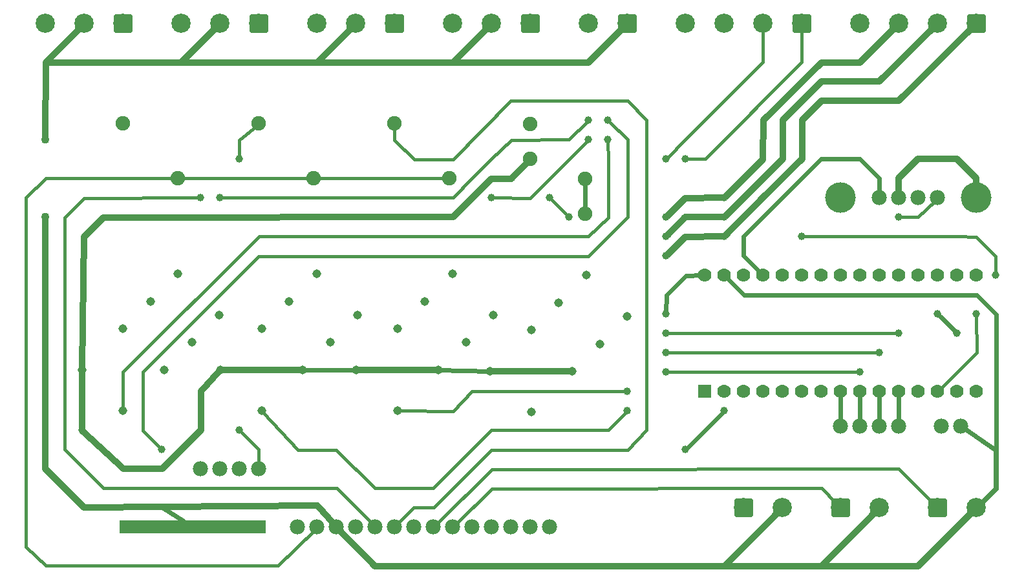
<source format=gtl>
G04 MADE WITH FRITZING*
G04 WWW.FRITZING.ORG*
G04 DOUBLE SIDED*
G04 HOLES PLATED*
G04 CONTOUR ON CENTER OF CONTOUR VECTOR*
%ASAXBY*%
%FSLAX23Y23*%
%MOIN*%
%OFA0B0*%
%SFA1.0B1.0*%
%ADD10C,0.157480*%
%ADD11C,0.078000*%
%ADD12C,0.039370*%
%ADD13C,0.043307*%
%ADD14C,0.070000*%
%ADD15C,0.099055*%
%ADD16C,0.045000*%
%ADD17C,0.075000*%
%ADD18R,0.754579X0.070724*%
%ADD19R,0.070000X0.069972*%
%ADD20C,0.032000*%
%ADD21C,0.024000*%
%ADD22C,0.016000*%
%ADD23C,0.020000*%
%LNCOPPER1*%
G90*
G70*
G54D10*
X5008Y1980D03*
X4308Y1980D03*
G54D11*
X4808Y1980D03*
X4708Y1980D03*
X4608Y1980D03*
X4508Y1980D03*
G54D12*
X4608Y1880D03*
X3008Y2380D03*
X1108Y1980D03*
X3108Y2380D03*
X808Y680D03*
X3408Y2180D03*
X2808Y1980D03*
X2908Y1880D03*
X3508Y2180D03*
X3008Y2280D03*
X2508Y1980D03*
X1208Y780D03*
X3508Y680D03*
X3708Y880D03*
G54D13*
X208Y1880D03*
X208Y2280D03*
G54D12*
X1208Y2180D03*
X1008Y1980D03*
X395Y780D03*
X3408Y1880D03*
X3408Y1780D03*
X3408Y1680D03*
X3708Y1980D03*
X3708Y1880D03*
X3708Y1780D03*
X3408Y1080D03*
X4408Y1080D03*
X4508Y1180D03*
X3408Y1180D03*
X3208Y880D03*
X3208Y980D03*
X3408Y1280D03*
X4608Y1280D03*
X3408Y1380D03*
X5108Y1580D03*
X5008Y1380D03*
X4108Y1780D03*
X3108Y2280D03*
G54D11*
X1308Y580D03*
X1208Y580D03*
X1108Y580D03*
X1008Y580D03*
X4608Y800D03*
X4508Y800D03*
X4408Y800D03*
X4308Y800D03*
X4928Y800D03*
X4828Y800D03*
G54D12*
X4808Y1380D03*
X4908Y1280D03*
G54D14*
X3608Y980D03*
X3708Y980D03*
X3808Y980D03*
X3908Y980D03*
X4008Y980D03*
X4108Y980D03*
X4208Y980D03*
X4308Y980D03*
X4408Y980D03*
X4508Y980D03*
X4608Y980D03*
X4708Y980D03*
X4808Y980D03*
X4908Y980D03*
X5008Y980D03*
X3608Y1580D03*
X3708Y1580D03*
X3808Y1580D03*
X3908Y1580D03*
X4008Y1580D03*
X4108Y1580D03*
X4208Y1580D03*
X4308Y1580D03*
X4408Y1580D03*
X4508Y1580D03*
X4608Y1580D03*
X4708Y1580D03*
X4808Y1580D03*
X4908Y1580D03*
X5008Y1580D03*
G54D15*
X3208Y2880D03*
X3008Y2880D03*
X4108Y2880D03*
X3908Y2880D03*
X3708Y2880D03*
X3508Y2880D03*
X5008Y2880D03*
X4808Y2880D03*
X4608Y2880D03*
X4408Y2880D03*
X2708Y2880D03*
X2508Y2880D03*
X2308Y2880D03*
X2008Y2880D03*
X1808Y2880D03*
X1608Y2880D03*
X1308Y2880D03*
X1108Y2880D03*
X908Y2880D03*
X608Y2880D03*
X408Y2880D03*
X208Y2880D03*
X4308Y380D03*
X4508Y380D03*
X4808Y380D03*
X5008Y380D03*
X3808Y380D03*
X4008Y380D03*
G54D16*
X2924Y1085D03*
X2995Y1580D03*
X2853Y1438D03*
X2712Y1297D03*
X2500Y1085D03*
X2712Y873D03*
X3065Y1226D03*
X3207Y1368D03*
X2234Y1092D03*
X2305Y1587D03*
X2164Y1445D03*
X2022Y1304D03*
X1810Y1092D03*
X2022Y880D03*
X2376Y1233D03*
X2517Y1375D03*
X820Y1092D03*
X891Y1587D03*
X750Y1445D03*
X608Y1304D03*
X396Y1092D03*
X608Y880D03*
X962Y1233D03*
X1103Y1375D03*
X1534Y1092D03*
X1605Y1587D03*
X1464Y1445D03*
X1322Y1304D03*
X1110Y1092D03*
X1322Y880D03*
X1676Y1233D03*
X1817Y1375D03*
G54D17*
X2708Y2362D03*
X2991Y2079D03*
X2008Y2364D03*
X2291Y2081D03*
X1308Y2364D03*
X1591Y2081D03*
X608Y2363D03*
X891Y2080D03*
X2708Y2180D03*
X2991Y1897D03*
G54D11*
X2808Y280D03*
X2708Y280D03*
X2608Y280D03*
X2508Y280D03*
X2408Y280D03*
X2308Y280D03*
X2208Y280D03*
X2108Y280D03*
X2008Y280D03*
X1908Y280D03*
X1808Y280D03*
X1708Y280D03*
X1608Y280D03*
X1508Y280D03*
G54D18*
X967Y280D03*
G54D19*
X3608Y980D03*
G54D20*
X5008Y2080D02*
X5008Y2043D01*
D02*
X4908Y2180D02*
X5008Y2080D01*
D02*
X4708Y2180D02*
X4908Y2180D01*
D02*
X4608Y2080D02*
X4708Y2180D01*
D02*
X4608Y1999D02*
X4608Y2080D01*
G54D21*
D02*
X3808Y1680D02*
X3895Y1592D01*
D02*
X3908Y1880D02*
X3808Y1780D01*
D02*
X3808Y1780D02*
X3808Y1680D01*
D02*
X4108Y2080D02*
X3908Y1880D01*
D02*
X4208Y2180D02*
X4108Y2080D01*
D02*
X4408Y2180D02*
X4208Y2180D01*
D02*
X4508Y2080D02*
X4408Y2180D01*
D02*
X4508Y1999D02*
X4508Y2080D01*
G54D22*
D02*
X4708Y1880D02*
X4795Y1966D01*
D02*
X4616Y1880D02*
X4708Y1880D01*
D02*
X2407Y2080D02*
X2310Y1981D01*
D02*
X2508Y2181D02*
X2407Y2080D01*
D02*
X2310Y1981D02*
X1116Y1980D01*
D02*
X2609Y2279D02*
X2508Y2181D01*
D02*
X2908Y2280D02*
X2609Y2279D01*
D02*
X3003Y2374D02*
X2908Y2280D01*
D02*
X3607Y2381D02*
X3508Y2280D01*
D02*
X2903Y1885D02*
X2814Y1974D01*
D02*
X3508Y2280D02*
X3414Y2185D01*
D02*
X3907Y2681D02*
X3607Y2381D01*
D02*
X3908Y2850D02*
X3907Y2681D01*
D02*
X709Y779D02*
X709Y1081D01*
D02*
X709Y1081D02*
X1307Y1679D01*
D02*
X1307Y1679D02*
X3008Y1679D01*
D02*
X3008Y1679D02*
X3210Y1880D01*
D02*
X3210Y1880D02*
X3210Y2179D01*
D02*
X3210Y2280D02*
X3114Y2374D01*
D02*
X3210Y2179D02*
X3210Y2280D01*
D02*
X803Y685D02*
X709Y779D01*
D02*
X1308Y681D02*
X1214Y774D01*
D02*
X1308Y599D02*
X1308Y681D01*
D02*
X2708Y1979D02*
X3003Y2274D01*
D02*
X2516Y1980D02*
X2708Y1979D01*
D02*
X3609Y2181D02*
X3516Y2180D01*
D02*
X4108Y2680D02*
X3609Y2181D01*
D02*
X4108Y2850D02*
X4108Y2680D01*
G54D21*
D02*
X809Y380D02*
X920Y310D01*
D02*
X408Y380D02*
X809Y380D01*
G54D20*
D02*
X1908Y79D02*
X3710Y79D01*
D02*
X3710Y79D02*
X3987Y359D01*
D02*
X1722Y266D02*
X1908Y79D01*
D02*
X4708Y79D02*
X4987Y359D01*
D02*
X4209Y79D02*
X4708Y79D01*
D02*
X4209Y79D02*
X4487Y359D01*
D02*
X3710Y79D02*
X4209Y79D01*
G54D22*
D02*
X4608Y580D02*
X2509Y579D01*
D02*
X2509Y579D02*
X2222Y293D01*
D02*
X4787Y401D02*
X4608Y580D01*
D02*
X4209Y481D02*
X2509Y479D01*
D02*
X2509Y479D02*
X2322Y293D01*
D02*
X4287Y401D02*
X4209Y481D01*
G54D21*
D02*
X3703Y874D02*
X3514Y685D01*
G54D22*
D02*
X1308Y2081D02*
X909Y2080D01*
D02*
X2274Y2081D02*
X1609Y2081D01*
D02*
X1574Y2081D02*
X1308Y2081D01*
D02*
X107Y1980D02*
X107Y179D01*
D02*
X107Y179D02*
X209Y80D01*
D02*
X209Y80D02*
X1407Y80D01*
D02*
X1407Y80D02*
X1595Y266D01*
D02*
X209Y2081D02*
X107Y1980D01*
D02*
X874Y2080D02*
X209Y2081D01*
G54D20*
D02*
X408Y380D02*
X1609Y392D01*
D02*
X1609Y392D02*
X1696Y294D01*
D02*
X208Y580D02*
X408Y380D01*
D02*
X208Y1870D02*
X208Y580D01*
D02*
X209Y2679D02*
X208Y2290D01*
D02*
X3008Y2679D02*
X3187Y2859D01*
D02*
X2309Y2679D02*
X3008Y2679D01*
D02*
X2309Y2679D02*
X2487Y2859D01*
D02*
X1610Y2679D02*
X2309Y2679D01*
D02*
X1610Y2679D02*
X1787Y2859D01*
D02*
X908Y2679D02*
X1610Y2679D01*
D02*
X908Y2679D02*
X209Y2679D01*
D02*
X209Y2679D02*
X387Y2859D01*
D02*
X1087Y2859D02*
X908Y2679D01*
G54D21*
D02*
X2991Y1914D02*
X2991Y2062D01*
G54D22*
D02*
X3308Y1679D02*
X3308Y2381D01*
D02*
X3308Y781D02*
X3308Y1679D01*
D02*
X3209Y679D02*
X3308Y781D01*
D02*
X2507Y679D02*
X3209Y679D01*
D02*
X2107Y381D02*
X2209Y381D01*
D02*
X2209Y381D02*
X2507Y679D01*
D02*
X3308Y2381D02*
X3209Y2480D01*
D02*
X2109Y2179D02*
X2007Y2279D01*
D02*
X2309Y2179D02*
X2109Y2179D01*
D02*
X2607Y2480D02*
X2309Y2179D01*
D02*
X3209Y2480D02*
X2607Y2480D01*
D02*
X2007Y2279D02*
X2008Y2346D01*
D02*
X2021Y293D02*
X2107Y381D01*
D02*
X1208Y2279D02*
X1295Y2352D01*
D02*
X1208Y2188D02*
X1208Y2279D01*
G54D20*
D02*
X395Y788D02*
X396Y1081D01*
D02*
X2309Y1881D02*
X507Y1879D01*
D02*
X2407Y1979D02*
X2309Y1881D01*
D02*
X507Y1879D02*
X408Y1779D01*
D02*
X408Y1779D02*
X396Y1102D01*
D02*
X2609Y2078D02*
X2508Y2078D01*
D02*
X2508Y2078D02*
X2407Y1979D01*
D02*
X2696Y2167D02*
X2609Y2078D01*
G54D22*
D02*
X408Y1978D02*
X308Y1879D01*
D02*
X308Y1879D02*
X308Y680D01*
D02*
X308Y680D02*
X507Y481D01*
D02*
X507Y481D02*
X1709Y481D01*
D02*
X1709Y481D02*
X1895Y293D01*
D02*
X1000Y1980D02*
X408Y1978D01*
G54D20*
D02*
X1009Y980D02*
X1103Y1084D01*
D02*
X2924Y1085D02*
X2500Y1085D01*
G54D21*
D02*
X2234Y1092D02*
X2500Y1085D01*
G54D20*
D02*
X2224Y1092D02*
X1821Y1092D01*
G54D21*
D02*
X1545Y1092D02*
X1800Y1092D01*
G54D20*
D02*
X1121Y1092D02*
X1524Y1092D01*
D02*
X1009Y781D02*
X1009Y980D01*
D02*
X809Y581D02*
X1009Y781D01*
D02*
X609Y580D02*
X809Y581D01*
D02*
X401Y774D02*
X609Y580D01*
D02*
X3507Y1880D02*
X3414Y1785D01*
D02*
X3700Y1880D02*
X3507Y1880D01*
D02*
X3507Y1979D02*
X3414Y1885D01*
D02*
X3700Y1980D02*
X3507Y1979D01*
D02*
X4407Y2679D02*
X4587Y2859D01*
D02*
X3907Y2179D02*
X3909Y2380D01*
D02*
X4009Y2380D02*
X4209Y2581D01*
D02*
X4009Y2180D02*
X4009Y2380D01*
D02*
X4209Y2581D02*
X4507Y2581D01*
D02*
X4608Y2481D02*
X4987Y2859D01*
D02*
X4209Y2481D02*
X4608Y2481D01*
D02*
X4109Y2380D02*
X4209Y2481D01*
D02*
X3907Y1981D02*
X4109Y2180D01*
G54D22*
D02*
X2309Y879D02*
X2033Y880D01*
D02*
X2408Y981D02*
X2309Y879D01*
D02*
X3200Y980D02*
X2408Y981D01*
D02*
X1707Y678D02*
X1509Y678D01*
D02*
X1509Y678D02*
X1329Y872D01*
D02*
X1908Y481D02*
X1707Y678D01*
D02*
X2207Y481D02*
X1908Y481D01*
D02*
X2507Y780D02*
X2207Y481D01*
D02*
X3110Y780D02*
X2507Y780D01*
D02*
X3208Y879D02*
X3110Y780D01*
D02*
X3212Y873D02*
X3208Y879D01*
D02*
X4500Y1180D02*
X3416Y1180D01*
D02*
X3416Y1080D02*
X4400Y1080D01*
G54D20*
D02*
X4109Y2180D02*
X4109Y2380D01*
D02*
X3714Y1785D02*
X3907Y1981D01*
D02*
X4507Y2581D02*
X4787Y2859D01*
D02*
X3714Y1885D02*
X4009Y2180D01*
D02*
X4209Y2679D02*
X4407Y2679D01*
D02*
X3909Y2380D02*
X4209Y2679D01*
D02*
X3714Y1985D02*
X3907Y2179D01*
D02*
X3508Y1779D02*
X3414Y1685D01*
D02*
X3700Y1780D02*
X3508Y1779D01*
G54D22*
D02*
X4608Y1780D02*
X4909Y1780D01*
G54D21*
D02*
X4308Y819D02*
X4308Y962D01*
G54D22*
D02*
X607Y1080D02*
X608Y890D01*
D02*
X1309Y1781D02*
X607Y1080D01*
D02*
X3008Y1781D02*
X1309Y1781D01*
D02*
X3109Y1879D02*
X3008Y1781D01*
D02*
X3109Y2079D02*
X3109Y1879D01*
D02*
X3109Y2179D02*
X3109Y2079D01*
D02*
X3108Y2272D02*
X3109Y2179D01*
D02*
X5007Y1779D02*
X5107Y1679D01*
D02*
X5107Y1679D02*
X5108Y1588D01*
D02*
X4909Y1780D02*
X5007Y1779D01*
D02*
X4116Y1780D02*
X4608Y1780D01*
D02*
X5009Y1180D02*
X4821Y992D01*
D02*
X5008Y1372D02*
X5009Y1180D01*
G54D21*
D02*
X3409Y1479D02*
X3509Y1579D01*
D02*
X3509Y1579D02*
X3590Y1580D01*
D02*
X3408Y1388D02*
X3409Y1479D01*
G54D22*
D02*
X4600Y1280D02*
X3416Y1280D01*
G54D21*
D02*
X5110Y1379D02*
X5010Y1479D01*
D02*
X5110Y479D02*
X5110Y1379D01*
D02*
X5010Y1479D02*
X3810Y1479D01*
D02*
X3810Y1479D02*
X3721Y1567D01*
D02*
X5029Y400D02*
X5110Y479D01*
D02*
X4909Y1281D02*
X4814Y1374D01*
D02*
X4914Y1286D02*
X4909Y1281D01*
D02*
X5107Y679D02*
X4944Y790D01*
D02*
X5107Y480D02*
X5107Y679D01*
D02*
X5029Y401D02*
X5107Y480D01*
D02*
X4608Y819D02*
X4608Y962D01*
D02*
X4508Y819D02*
X4508Y962D01*
D02*
X4408Y819D02*
X4408Y962D01*
G54D23*
X3248Y2840D02*
X3169Y2840D01*
X3169Y2919D01*
X3248Y2919D01*
X3248Y2840D01*
D02*
X4148Y2840D02*
X4069Y2840D01*
X4069Y2919D01*
X4148Y2919D01*
X4148Y2840D01*
D02*
X5048Y2840D02*
X4969Y2840D01*
X4969Y2919D01*
X5048Y2919D01*
X5048Y2840D01*
D02*
X2748Y2840D02*
X2669Y2840D01*
X2669Y2919D01*
X2748Y2919D01*
X2748Y2840D01*
D02*
X2048Y2840D02*
X1969Y2840D01*
X1969Y2919D01*
X2048Y2919D01*
X2048Y2840D01*
D02*
X1348Y2840D02*
X1269Y2840D01*
X1269Y2919D01*
X1348Y2919D01*
X1348Y2840D01*
D02*
X648Y2840D02*
X569Y2840D01*
X569Y2919D01*
X648Y2919D01*
X648Y2840D01*
D02*
X4269Y419D02*
X4348Y419D01*
X4348Y340D01*
X4269Y340D01*
X4269Y419D01*
D02*
X4769Y419D02*
X4848Y419D01*
X4848Y340D01*
X4769Y340D01*
X4769Y419D01*
D02*
X3769Y419D02*
X3848Y419D01*
X3848Y340D01*
X3769Y340D01*
X3769Y419D01*
D02*
G04 End of Copper1*
M02*
</source>
